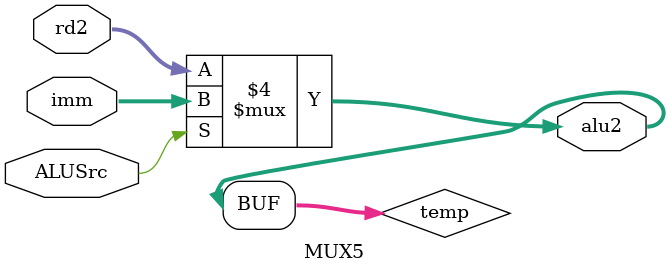
<source format=v>
`timescale 1ns / 1ps


module MUX5(
    input ALUSrc,
    input [31:0] rd2,
    input [31:0] imm,

    output [31:0] alu2
);

reg[31:0]temp;
assign alu2=temp;

    always @(*)begin
        if(ALUSrc==1)temp=imm;
        else temp=rd2;
    end 

endmodule

</source>
